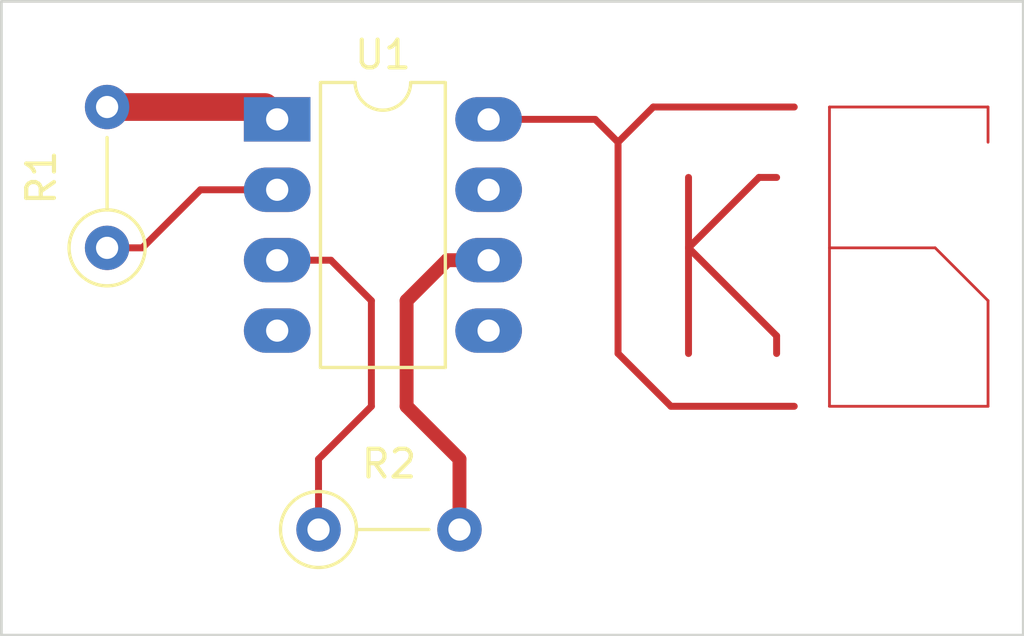
<source format=kicad_pcb>
(kicad_pcb (version 20211014) (generator pcbnew)
  (layers (0 "F.Cu" signal) (31 "B.Cu" signal) (34 "B.Paste" user) (35 "F.Paste" user) (36 "B.SilkS" user "B.Silkscreen") (37 "F.SilkS" user "F.Silkscreen") (38 "B.Mask" user) (39 "F.Mask" user) (44 "Edge.Cuts" user))
  (net 0 "")
  (net 1 "Net-(R1-Pad1)")
  (net 2 "Net-(R1-Pad2)")
  (net 3 "Net-(R2-Pad1)")
  (net 4 "Net-(R2-Pad2)")
  (net 8 "Vss")
  (footprint "Resistor_THT:R_Axial_DIN0207_L6.3mm_D2.5mm_P5.08mm_Vertical" (layer "F.Cu") (at 30.48 38.1)
    (fp_text reference "R2" (at 2.54 -2.37) (layer "F.SilkS"))
    (fp_text value "R")
    (fp_line (start 1.37 0) (end 3.98 0) (layer "F.SilkS") (width 0.12))
    (fp_circle (center 0 0) (end 1.37 0) (layer "F.SilkS") (width 0.12) (fill none))
    (pad "1" thru_hole circle (at 0 0) (size 1.6 1.6) (drill 0.8) (layers *.Cu *.Mask) (net 3 "Net-(R2-Pad1)"))
    (pad "2" thru_hole oval (at 5.08 0) (size 1.6 1.6) (drill 0.8) (layers *.Cu *.Mask) (net 4 "Net-(R2-Pad2)"))
  )
  (footprint "Resistor_THT:R_Axial_DIN0207_L6.3mm_D2.5mm_P5.08mm_Vertical" (layer "F.Cu") (at 22.86 27.94 90)
    (fp_text reference "R1" (at 2.54 -2.37 90) (layer "F.SilkS"))
    (fp_text value "R")
    (fp_line (start 1.37 0) (end 3.98 0) (layer "F.SilkS") (width 0.12))
    (fp_circle (center 0 0) (end 1.37 0) (layer "F.SilkS") (width 0.12) (fill none))
    (pad "1" thru_hole circle (at 0 0 90) (size 1.6 1.6) (drill 0.8) (layers *.Cu *.Mask) (net 1 "Net-(R1-Pad1)"))
    (pad "2" thru_hole oval (at 5.08 0 90) (size 1.6 1.6) (drill 0.8) (layers *.Cu *.Mask) (net 2 "Net-(R1-Pad2)"))
  )
  (footprint "Package_DIP:DIP-8_W7.62mm_LongPads" (layer "F.Cu") (at 28.99 23.305)
    (fp_text reference "U1" (at 3.81 -2.33) (layer "F.SilkS"))
    (fp_text value "4555")
    (fp_line (start 6.06 -1.33) (end 4.81 -1.33) (layer "F.SilkS") (width 0.12))
    (fp_line (start 6.06 8.95) (end 6.06 -1.33) (layer "F.SilkS") (width 0.12))
    (fp_line (start 1.56 8.95) (end 6.06 8.95) (layer "F.SilkS") (width 0.12))
    (fp_line (start 1.56 -1.33) (end 1.56 8.95) (layer "F.SilkS") (width 0.12))
    (fp_line (start 2.81 -1.33) (end 1.56 -1.33) (layer "F.SilkS") (width 0.12))
    (fp_arc (start 4.81 -1.33) (mid 3.81 -0.33) (end 2.81 -1.33) (layer "F.SilkS") (width 0.12))
    (pad "1" thru_hole rect (at 0 0) (size 2.4 1.6) (drill 0.8) (layers *.Cu *.Mask) (net 2 "Net-(R1-Pad2)"))
    (pad "2" thru_hole oval (at 0 2.54) (size 2.4 1.6) (drill 0.8) (layers *.Cu *.Mask) (net 1 "Net-(R1-Pad1)"))
    (pad "3" thru_hole oval (at 0 5.08) (size 2.4 1.6) (drill 0.8) (layers *.Cu *.Mask) (net 3 "Net-(R2-Pad1)"))
    (pad "4" thru_hole oval (at 0 7.62) (size 2.4 1.6) (drill 0.8) (layers *.Cu *.Mask))
    (pad "5" thru_hole oval (at 7.62 7.62) (size 2.4 1.6) (drill 0.8) (layers *.Cu *.Mask))
    (pad "6" thru_hole oval (at 7.62 5.08) (size 2.4 1.6) (drill 0.8) (layers *.Cu *.Mask) (net 4 "Net-(R2-Pad2)"))
    (pad "7" thru_hole oval (at 7.62 2.54) (size 2.4 1.6) (drill 0.8) (layers *.Cu *.Mask))
    (pad "8" thru_hole oval (at 7.62 0) (size 2.4 1.6) (drill 0.8) (layers *.Cu *.Mask) (net 8 "Vss"))
  )
  (gr_rect (start 19.05 19.05) (end 55.88 41.91) (layer "Edge.Cuts") (width 0.1) (fill none))
  (segment (start 43.815 25.4) (end 43.815 27.94) (width 0.25) (layer "F.Cu") (net 0))
  (segment (start 43.815 27.94) (end 46.355 25.4) (width 0.25) (layer "F.Cu") (net 0))
  (segment (start 46.355 25.4) (end 46.99 25.4) (width 0.25) (layer "F.Cu") (net 0))
  (segment (start 52.705 27.94) (end 54.61 29.845) (width 0.1) (layer "F.Cu") (net 0))
  (segment (start 54.61 22.86) (end 54.61 24.13) (width 0.1) (layer "F.Cu") (net 0))
  (segment (start 48.895 27.94) (end 52.705 27.94) (width 0.1) (layer "F.Cu") (net 0))
  (segment (start 48.895 33.655) (end 48.895 22.86) (width 0.1) (layer "F.Cu") (net 0))
  (segment (start 54.61 29.845) (end 54.61 33.655) (width 0.1) (layer "F.Cu") (net 0))
  (segment (start 43.815 27.94) (end 43.815 31.75) (width 0.25) (layer "F.Cu") (net 0))
  (segment (start 54.61 33.655) (end 48.895 33.655) (width 0.1) (layer "F.Cu") (net 0))
  (segment (start 43.815 27.94) (end 46.99 31.115) (width 0.25) (layer "F.Cu") (net 0))
  (segment (start 46.99 31.115) (end 46.99 31.75) (width 0.25) (layer "F.Cu") (net 0))
  (segment (start 48.895 22.86) (end 54.61 22.86) (width 0.1) (layer "F.Cu") (net 0))
  (segment (start 22.86 27.94) (end 24.13 27.94) (width 0.25) (layer "F.Cu") (net 1))
  (segment (start 24.13 27.94) (end 26.225 25.845) (width 0.25) (layer "F.Cu") (net 1))
  (segment (start 26.225 25.845) (end 28.99 25.845) (width 0.25) (layer "F.Cu") (net 1))
  (segment (start 22.86 22.86) (end 28.545 22.86) (width 1) (layer "F.Cu") (net 2))
  (segment (start 28.545 22.86) (end 28.99 23.305) (width 0.25) (layer "F.Cu") (net 2))
  (segment (start 30.48 35.56) (end 32.385 33.655) (width 0.25) (layer "F.Cu") (net 3))
  (segment (start 30.925 28.385) (end 28.99 28.385) (width 0.25) (layer "F.Cu") (net 3))
  (segment (start 32.385 29.845) (end 30.925 28.385) (width 0.25) (layer "F.Cu") (net 3))
  (segment (start 30.48 38.1) (end 30.48 35.56) (width 0.25) (layer "F.Cu") (net 3))
  (segment (start 32.385 33.655) (end 32.385 29.845) (width 0.25) (layer "F.Cu") (net 3))
  (segment (start 33.655 29.845) (end 35.115 28.385) (width 0.5) (layer "F.Cu") (net 4))
  (segment (start 35.56 35.56) (end 33.655 33.655) (width 0.5) (layer "F.Cu") (net 4))
  (segment (start 33.655 33.655) (end 33.655 29.845) (width 0.5) (layer "F.Cu") (net 4))
  (segment (start 35.115 28.385) (end 36.61 28.385) (width 0.5) (layer "F.Cu") (net 4))
  (segment (start 35.56 38.1) (end 35.56 35.56) (width 0.5) (layer "F.Cu") (net 4))
  (segment (start 41.275 24.13) (end 42.545 22.86) (width 0.25) (layer "F.Cu") (net 8))
  (segment (start 41.275 24.13) (end 41.275 31.75) (width 0.25) (layer "F.Cu") (net 8))
  (segment (start 41.275 31.75) (end 43.18 33.655) (width 0.25) (layer "F.Cu") (net 8))
  (segment (start 36.61 23.305) (end 40.45 23.305) (width 0.25) (layer "F.Cu") (net 8))
  (segment (start 40.45 23.305) (end 41.275 24.13) (width 0.25) (layer "F.Cu") (net 8))
  (segment (start 43.18 33.655) (end 47.625 33.655) (width 0.25) (layer "F.Cu") (net 8))
  (segment (start 42.545 22.86) (end 47.625 22.86) (width 0.25) (layer "F.Cu") (net 8))
)
</source>
